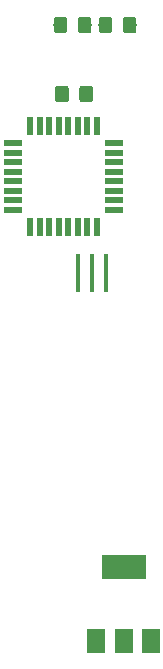
<source format=gbr>
G04 #@! TF.GenerationSoftware,KiCad,Pcbnew,(5.0.2-5-10.14)*
G04 #@! TF.CreationDate,2019-10-07T17:27:23-04:00*
G04 #@! TF.ProjectId,mobo,6d6f626f-2e6b-4696-9361-645f70636258,rev?*
G04 #@! TF.SameCoordinates,Original*
G04 #@! TF.FileFunction,Paste,Top*
G04 #@! TF.FilePolarity,Positive*
%FSLAX46Y46*%
G04 Gerber Fmt 4.6, Leading zero omitted, Abs format (unit mm)*
G04 Created by KiCad (PCBNEW (5.0.2-5-10.14)) date Monday, October 07, 2019 at 05:27:23 PM*
%MOMM*%
%LPD*%
G01*
G04 APERTURE LIST*
%ADD10C,0.100000*%
%ADD11C,1.150000*%
%ADD12R,3.800000X2.000000*%
%ADD13R,1.500000X2.000000*%
%ADD14R,0.550000X1.600000*%
%ADD15R,1.600000X0.550000*%
%ADD16R,0.400000X3.200000*%
G04 APERTURE END LIST*
D10*
G04 #@! TO.C,C1*
G36*
X183238505Y-45021204D02*
X183262773Y-45024804D01*
X183286572Y-45030765D01*
X183309671Y-45039030D01*
X183331850Y-45049520D01*
X183352893Y-45062132D01*
X183372599Y-45076747D01*
X183390777Y-45093223D01*
X183407253Y-45111401D01*
X183421868Y-45131107D01*
X183434480Y-45152150D01*
X183444970Y-45174329D01*
X183453235Y-45197428D01*
X183459196Y-45221227D01*
X183462796Y-45245495D01*
X183464000Y-45269999D01*
X183464000Y-46170001D01*
X183462796Y-46194505D01*
X183459196Y-46218773D01*
X183453235Y-46242572D01*
X183444970Y-46265671D01*
X183434480Y-46287850D01*
X183421868Y-46308893D01*
X183407253Y-46328599D01*
X183390777Y-46346777D01*
X183372599Y-46363253D01*
X183352893Y-46377868D01*
X183331850Y-46390480D01*
X183309671Y-46400970D01*
X183286572Y-46409235D01*
X183262773Y-46415196D01*
X183238505Y-46418796D01*
X183214001Y-46420000D01*
X182563999Y-46420000D01*
X182539495Y-46418796D01*
X182515227Y-46415196D01*
X182491428Y-46409235D01*
X182468329Y-46400970D01*
X182446150Y-46390480D01*
X182425107Y-46377868D01*
X182405401Y-46363253D01*
X182387223Y-46346777D01*
X182370747Y-46328599D01*
X182356132Y-46308893D01*
X182343520Y-46287850D01*
X182333030Y-46265671D01*
X182324765Y-46242572D01*
X182318804Y-46218773D01*
X182315204Y-46194505D01*
X182314000Y-46170001D01*
X182314000Y-45269999D01*
X182315204Y-45245495D01*
X182318804Y-45221227D01*
X182324765Y-45197428D01*
X182333030Y-45174329D01*
X182343520Y-45152150D01*
X182356132Y-45131107D01*
X182370747Y-45111401D01*
X182387223Y-45093223D01*
X182405401Y-45076747D01*
X182425107Y-45062132D01*
X182446150Y-45049520D01*
X182468329Y-45039030D01*
X182491428Y-45030765D01*
X182515227Y-45024804D01*
X182539495Y-45021204D01*
X182563999Y-45020000D01*
X183214001Y-45020000D01*
X183238505Y-45021204D01*
X183238505Y-45021204D01*
G37*
D11*
X182889000Y-45720000D03*
D10*
G36*
X181188505Y-45021204D02*
X181212773Y-45024804D01*
X181236572Y-45030765D01*
X181259671Y-45039030D01*
X181281850Y-45049520D01*
X181302893Y-45062132D01*
X181322599Y-45076747D01*
X181340777Y-45093223D01*
X181357253Y-45111401D01*
X181371868Y-45131107D01*
X181384480Y-45152150D01*
X181394970Y-45174329D01*
X181403235Y-45197428D01*
X181409196Y-45221227D01*
X181412796Y-45245495D01*
X181414000Y-45269999D01*
X181414000Y-46170001D01*
X181412796Y-46194505D01*
X181409196Y-46218773D01*
X181403235Y-46242572D01*
X181394970Y-46265671D01*
X181384480Y-46287850D01*
X181371868Y-46308893D01*
X181357253Y-46328599D01*
X181340777Y-46346777D01*
X181322599Y-46363253D01*
X181302893Y-46377868D01*
X181281850Y-46390480D01*
X181259671Y-46400970D01*
X181236572Y-46409235D01*
X181212773Y-46415196D01*
X181188505Y-46418796D01*
X181164001Y-46420000D01*
X180513999Y-46420000D01*
X180489495Y-46418796D01*
X180465227Y-46415196D01*
X180441428Y-46409235D01*
X180418329Y-46400970D01*
X180396150Y-46390480D01*
X180375107Y-46377868D01*
X180355401Y-46363253D01*
X180337223Y-46346777D01*
X180320747Y-46328599D01*
X180306132Y-46308893D01*
X180293520Y-46287850D01*
X180283030Y-46265671D01*
X180274765Y-46242572D01*
X180268804Y-46218773D01*
X180265204Y-46194505D01*
X180264000Y-46170001D01*
X180264000Y-45269999D01*
X180265204Y-45245495D01*
X180268804Y-45221227D01*
X180274765Y-45197428D01*
X180283030Y-45174329D01*
X180293520Y-45152150D01*
X180306132Y-45131107D01*
X180320747Y-45111401D01*
X180337223Y-45093223D01*
X180355401Y-45076747D01*
X180375107Y-45062132D01*
X180396150Y-45049520D01*
X180418329Y-45039030D01*
X180441428Y-45030765D01*
X180465227Y-45024804D01*
X180489495Y-45021204D01*
X180513999Y-45020000D01*
X181164001Y-45020000D01*
X181188505Y-45021204D01*
X181188505Y-45021204D01*
G37*
D11*
X180839000Y-45720000D03*
G04 #@! TD*
D10*
G04 #@! TO.C,R1*
G36*
X183111505Y-39179204D02*
X183135773Y-39182804D01*
X183159572Y-39188765D01*
X183182671Y-39197030D01*
X183204850Y-39207520D01*
X183225893Y-39220132D01*
X183245599Y-39234747D01*
X183263777Y-39251223D01*
X183280253Y-39269401D01*
X183294868Y-39289107D01*
X183307480Y-39310150D01*
X183317970Y-39332329D01*
X183326235Y-39355428D01*
X183332196Y-39379227D01*
X183335796Y-39403495D01*
X183337000Y-39427999D01*
X183337000Y-40328001D01*
X183335796Y-40352505D01*
X183332196Y-40376773D01*
X183326235Y-40400572D01*
X183317970Y-40423671D01*
X183307480Y-40445850D01*
X183294868Y-40466893D01*
X183280253Y-40486599D01*
X183263777Y-40504777D01*
X183245599Y-40521253D01*
X183225893Y-40535868D01*
X183204850Y-40548480D01*
X183182671Y-40558970D01*
X183159572Y-40567235D01*
X183135773Y-40573196D01*
X183111505Y-40576796D01*
X183087001Y-40578000D01*
X182436999Y-40578000D01*
X182412495Y-40576796D01*
X182388227Y-40573196D01*
X182364428Y-40567235D01*
X182341329Y-40558970D01*
X182319150Y-40548480D01*
X182298107Y-40535868D01*
X182278401Y-40521253D01*
X182260223Y-40504777D01*
X182243747Y-40486599D01*
X182229132Y-40466893D01*
X182216520Y-40445850D01*
X182206030Y-40423671D01*
X182197765Y-40400572D01*
X182191804Y-40376773D01*
X182188204Y-40352505D01*
X182187000Y-40328001D01*
X182187000Y-39427999D01*
X182188204Y-39403495D01*
X182191804Y-39379227D01*
X182197765Y-39355428D01*
X182206030Y-39332329D01*
X182216520Y-39310150D01*
X182229132Y-39289107D01*
X182243747Y-39269401D01*
X182260223Y-39251223D01*
X182278401Y-39234747D01*
X182298107Y-39220132D01*
X182319150Y-39207520D01*
X182341329Y-39197030D01*
X182364428Y-39188765D01*
X182388227Y-39182804D01*
X182412495Y-39179204D01*
X182436999Y-39178000D01*
X183087001Y-39178000D01*
X183111505Y-39179204D01*
X183111505Y-39179204D01*
G37*
D11*
X182762000Y-39878000D03*
D10*
G36*
X181061505Y-39179204D02*
X181085773Y-39182804D01*
X181109572Y-39188765D01*
X181132671Y-39197030D01*
X181154850Y-39207520D01*
X181175893Y-39220132D01*
X181195599Y-39234747D01*
X181213777Y-39251223D01*
X181230253Y-39269401D01*
X181244868Y-39289107D01*
X181257480Y-39310150D01*
X181267970Y-39332329D01*
X181276235Y-39355428D01*
X181282196Y-39379227D01*
X181285796Y-39403495D01*
X181287000Y-39427999D01*
X181287000Y-40328001D01*
X181285796Y-40352505D01*
X181282196Y-40376773D01*
X181276235Y-40400572D01*
X181267970Y-40423671D01*
X181257480Y-40445850D01*
X181244868Y-40466893D01*
X181230253Y-40486599D01*
X181213777Y-40504777D01*
X181195599Y-40521253D01*
X181175893Y-40535868D01*
X181154850Y-40548480D01*
X181132671Y-40558970D01*
X181109572Y-40567235D01*
X181085773Y-40573196D01*
X181061505Y-40576796D01*
X181037001Y-40578000D01*
X180386999Y-40578000D01*
X180362495Y-40576796D01*
X180338227Y-40573196D01*
X180314428Y-40567235D01*
X180291329Y-40558970D01*
X180269150Y-40548480D01*
X180248107Y-40535868D01*
X180228401Y-40521253D01*
X180210223Y-40504777D01*
X180193747Y-40486599D01*
X180179132Y-40466893D01*
X180166520Y-40445850D01*
X180156030Y-40423671D01*
X180147765Y-40400572D01*
X180141804Y-40376773D01*
X180138204Y-40352505D01*
X180137000Y-40328001D01*
X180137000Y-39427999D01*
X180138204Y-39403495D01*
X180141804Y-39379227D01*
X180147765Y-39355428D01*
X180156030Y-39332329D01*
X180166520Y-39310150D01*
X180179132Y-39289107D01*
X180193747Y-39269401D01*
X180210223Y-39251223D01*
X180228401Y-39234747D01*
X180248107Y-39220132D01*
X180269150Y-39207520D01*
X180291329Y-39197030D01*
X180314428Y-39188765D01*
X180338227Y-39182804D01*
X180362495Y-39179204D01*
X180386999Y-39178000D01*
X181037001Y-39178000D01*
X181061505Y-39179204D01*
X181061505Y-39179204D01*
G37*
D11*
X180712000Y-39878000D03*
G04 #@! TD*
D10*
G04 #@! TO.C,R2*
G36*
X186921505Y-39179204D02*
X186945773Y-39182804D01*
X186969572Y-39188765D01*
X186992671Y-39197030D01*
X187014850Y-39207520D01*
X187035893Y-39220132D01*
X187055599Y-39234747D01*
X187073777Y-39251223D01*
X187090253Y-39269401D01*
X187104868Y-39289107D01*
X187117480Y-39310150D01*
X187127970Y-39332329D01*
X187136235Y-39355428D01*
X187142196Y-39379227D01*
X187145796Y-39403495D01*
X187147000Y-39427999D01*
X187147000Y-40328001D01*
X187145796Y-40352505D01*
X187142196Y-40376773D01*
X187136235Y-40400572D01*
X187127970Y-40423671D01*
X187117480Y-40445850D01*
X187104868Y-40466893D01*
X187090253Y-40486599D01*
X187073777Y-40504777D01*
X187055599Y-40521253D01*
X187035893Y-40535868D01*
X187014850Y-40548480D01*
X186992671Y-40558970D01*
X186969572Y-40567235D01*
X186945773Y-40573196D01*
X186921505Y-40576796D01*
X186897001Y-40578000D01*
X186246999Y-40578000D01*
X186222495Y-40576796D01*
X186198227Y-40573196D01*
X186174428Y-40567235D01*
X186151329Y-40558970D01*
X186129150Y-40548480D01*
X186108107Y-40535868D01*
X186088401Y-40521253D01*
X186070223Y-40504777D01*
X186053747Y-40486599D01*
X186039132Y-40466893D01*
X186026520Y-40445850D01*
X186016030Y-40423671D01*
X186007765Y-40400572D01*
X186001804Y-40376773D01*
X185998204Y-40352505D01*
X185997000Y-40328001D01*
X185997000Y-39427999D01*
X185998204Y-39403495D01*
X186001804Y-39379227D01*
X186007765Y-39355428D01*
X186016030Y-39332329D01*
X186026520Y-39310150D01*
X186039132Y-39289107D01*
X186053747Y-39269401D01*
X186070223Y-39251223D01*
X186088401Y-39234747D01*
X186108107Y-39220132D01*
X186129150Y-39207520D01*
X186151329Y-39197030D01*
X186174428Y-39188765D01*
X186198227Y-39182804D01*
X186222495Y-39179204D01*
X186246999Y-39178000D01*
X186897001Y-39178000D01*
X186921505Y-39179204D01*
X186921505Y-39179204D01*
G37*
D11*
X186572000Y-39878000D03*
D10*
G36*
X184871505Y-39179204D02*
X184895773Y-39182804D01*
X184919572Y-39188765D01*
X184942671Y-39197030D01*
X184964850Y-39207520D01*
X184985893Y-39220132D01*
X185005599Y-39234747D01*
X185023777Y-39251223D01*
X185040253Y-39269401D01*
X185054868Y-39289107D01*
X185067480Y-39310150D01*
X185077970Y-39332329D01*
X185086235Y-39355428D01*
X185092196Y-39379227D01*
X185095796Y-39403495D01*
X185097000Y-39427999D01*
X185097000Y-40328001D01*
X185095796Y-40352505D01*
X185092196Y-40376773D01*
X185086235Y-40400572D01*
X185077970Y-40423671D01*
X185067480Y-40445850D01*
X185054868Y-40466893D01*
X185040253Y-40486599D01*
X185023777Y-40504777D01*
X185005599Y-40521253D01*
X184985893Y-40535868D01*
X184964850Y-40548480D01*
X184942671Y-40558970D01*
X184919572Y-40567235D01*
X184895773Y-40573196D01*
X184871505Y-40576796D01*
X184847001Y-40578000D01*
X184196999Y-40578000D01*
X184172495Y-40576796D01*
X184148227Y-40573196D01*
X184124428Y-40567235D01*
X184101329Y-40558970D01*
X184079150Y-40548480D01*
X184058107Y-40535868D01*
X184038401Y-40521253D01*
X184020223Y-40504777D01*
X184003747Y-40486599D01*
X183989132Y-40466893D01*
X183976520Y-40445850D01*
X183966030Y-40423671D01*
X183957765Y-40400572D01*
X183951804Y-40376773D01*
X183948204Y-40352505D01*
X183947000Y-40328001D01*
X183947000Y-39427999D01*
X183948204Y-39403495D01*
X183951804Y-39379227D01*
X183957765Y-39355428D01*
X183966030Y-39332329D01*
X183976520Y-39310150D01*
X183989132Y-39289107D01*
X184003747Y-39269401D01*
X184020223Y-39251223D01*
X184038401Y-39234747D01*
X184058107Y-39220132D01*
X184079150Y-39207520D01*
X184101329Y-39197030D01*
X184124428Y-39188765D01*
X184148227Y-39182804D01*
X184172495Y-39179204D01*
X184196999Y-39178000D01*
X184847001Y-39178000D01*
X184871505Y-39179204D01*
X184871505Y-39179204D01*
G37*
D11*
X184522000Y-39878000D03*
G04 #@! TD*
D12*
G04 #@! TO.C,U1*
X186055000Y-85750000D03*
D13*
X186055000Y-92050000D03*
X188355000Y-92050000D03*
X183755000Y-92050000D03*
G04 #@! TD*
D14*
G04 #@! TO.C,U2*
X178175000Y-56955000D03*
X178975000Y-56955000D03*
X179775000Y-56955000D03*
X180575000Y-56955000D03*
X181375000Y-56955000D03*
X182175000Y-56955000D03*
X182975000Y-56955000D03*
X183775000Y-56955000D03*
D15*
X185225000Y-55505000D03*
X185225000Y-54705000D03*
X185225000Y-53905000D03*
X185225000Y-53105000D03*
X185225000Y-52305000D03*
X185225000Y-51505000D03*
X185225000Y-50705000D03*
X185225000Y-49905000D03*
D14*
X183775000Y-48455000D03*
X182975000Y-48455000D03*
X182175000Y-48455000D03*
X181375000Y-48455000D03*
X180575000Y-48455000D03*
X179775000Y-48455000D03*
X178975000Y-48455000D03*
X178175000Y-48455000D03*
D15*
X176725000Y-49905000D03*
X176725000Y-50705000D03*
X176725000Y-51505000D03*
X176725000Y-52305000D03*
X176725000Y-53105000D03*
X176725000Y-53905000D03*
X176725000Y-54705000D03*
X176725000Y-55505000D03*
G04 #@! TD*
D16*
G04 #@! TO.C,Y1*
X184588000Y-60833000D03*
X183388000Y-60833000D03*
X182188000Y-60833000D03*
G04 #@! TD*
M02*

</source>
